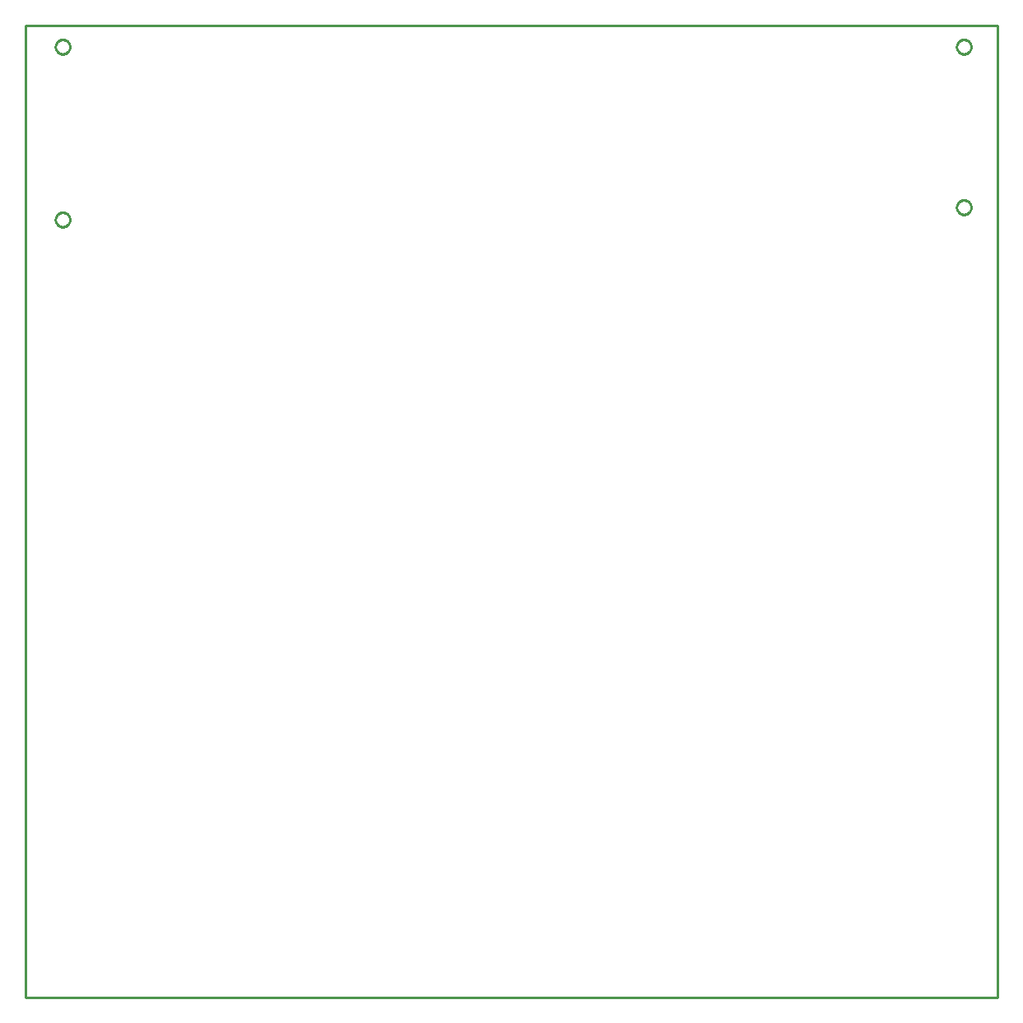
<source format=gbr>
G04 EAGLE Gerber RS-274X export*
G75*
%MOMM*%
%FSLAX34Y34*%
%LPD*%
%IN*%
%IPPOS*%
%AMOC8*
5,1,8,0,0,1.08239X$1,22.5*%
G01*
%ADD10C,0.254000*%


D10*
X0Y0D02*
X1000000Y0D01*
X1000000Y1000000D01*
X0Y1000000D01*
X0Y0D01*
X45600Y799732D02*
X45528Y798998D01*
X45384Y798275D01*
X45170Y797570D01*
X44888Y796889D01*
X44541Y796240D01*
X44131Y795627D01*
X43664Y795057D01*
X43143Y794536D01*
X42573Y794069D01*
X41960Y793659D01*
X41311Y793312D01*
X40630Y793030D01*
X39925Y792816D01*
X39202Y792672D01*
X38468Y792600D01*
X37732Y792600D01*
X36998Y792672D01*
X36275Y792816D01*
X35570Y793030D01*
X34889Y793312D01*
X34240Y793659D01*
X33627Y794069D01*
X33057Y794536D01*
X32536Y795057D01*
X32069Y795627D01*
X31659Y796240D01*
X31312Y796889D01*
X31030Y797570D01*
X30816Y798275D01*
X30672Y798998D01*
X30600Y799732D01*
X30600Y800468D01*
X30672Y801202D01*
X30816Y801925D01*
X31030Y802630D01*
X31312Y803311D01*
X31659Y803960D01*
X32069Y804573D01*
X32536Y805143D01*
X33057Y805664D01*
X33627Y806131D01*
X34240Y806541D01*
X34889Y806888D01*
X35570Y807170D01*
X36275Y807384D01*
X36998Y807528D01*
X37732Y807600D01*
X38468Y807600D01*
X39202Y807528D01*
X39925Y807384D01*
X40630Y807170D01*
X41311Y806888D01*
X41960Y806541D01*
X42573Y806131D01*
X43143Y805664D01*
X43664Y805143D01*
X44131Y804573D01*
X44541Y803960D01*
X44888Y803311D01*
X45170Y802630D01*
X45384Y801925D01*
X45528Y801202D01*
X45600Y800468D01*
X45600Y799732D01*
X45600Y977532D02*
X45528Y976798D01*
X45384Y976075D01*
X45170Y975370D01*
X44888Y974689D01*
X44541Y974040D01*
X44131Y973427D01*
X43664Y972857D01*
X43143Y972336D01*
X42573Y971869D01*
X41960Y971459D01*
X41311Y971112D01*
X40630Y970830D01*
X39925Y970616D01*
X39202Y970472D01*
X38468Y970400D01*
X37732Y970400D01*
X36998Y970472D01*
X36275Y970616D01*
X35570Y970830D01*
X34889Y971112D01*
X34240Y971459D01*
X33627Y971869D01*
X33057Y972336D01*
X32536Y972857D01*
X32069Y973427D01*
X31659Y974040D01*
X31312Y974689D01*
X31030Y975370D01*
X30816Y976075D01*
X30672Y976798D01*
X30600Y977532D01*
X30600Y978268D01*
X30672Y979002D01*
X30816Y979725D01*
X31030Y980430D01*
X31312Y981111D01*
X31659Y981760D01*
X32069Y982373D01*
X32536Y982943D01*
X33057Y983464D01*
X33627Y983931D01*
X34240Y984341D01*
X34889Y984688D01*
X35570Y984970D01*
X36275Y985184D01*
X36998Y985328D01*
X37732Y985400D01*
X38468Y985400D01*
X39202Y985328D01*
X39925Y985184D01*
X40630Y984970D01*
X41311Y984688D01*
X41960Y984341D01*
X42573Y983931D01*
X43143Y983464D01*
X43664Y982943D01*
X44131Y982373D01*
X44541Y981760D01*
X44888Y981111D01*
X45170Y980430D01*
X45384Y979725D01*
X45528Y979002D01*
X45600Y978268D01*
X45600Y977532D01*
X972700Y977532D02*
X972628Y976798D01*
X972484Y976075D01*
X972270Y975370D01*
X971988Y974689D01*
X971641Y974040D01*
X971231Y973427D01*
X970764Y972857D01*
X970243Y972336D01*
X969673Y971869D01*
X969060Y971459D01*
X968411Y971112D01*
X967730Y970830D01*
X967025Y970616D01*
X966302Y970472D01*
X965568Y970400D01*
X964832Y970400D01*
X964098Y970472D01*
X963375Y970616D01*
X962670Y970830D01*
X961989Y971112D01*
X961340Y971459D01*
X960727Y971869D01*
X960157Y972336D01*
X959636Y972857D01*
X959169Y973427D01*
X958759Y974040D01*
X958412Y974689D01*
X958130Y975370D01*
X957916Y976075D01*
X957772Y976798D01*
X957700Y977532D01*
X957700Y978268D01*
X957772Y979002D01*
X957916Y979725D01*
X958130Y980430D01*
X958412Y981111D01*
X958759Y981760D01*
X959169Y982373D01*
X959636Y982943D01*
X960157Y983464D01*
X960727Y983931D01*
X961340Y984341D01*
X961989Y984688D01*
X962670Y984970D01*
X963375Y985184D01*
X964098Y985328D01*
X964832Y985400D01*
X965568Y985400D01*
X966302Y985328D01*
X967025Y985184D01*
X967730Y984970D01*
X968411Y984688D01*
X969060Y984341D01*
X969673Y983931D01*
X970243Y983464D01*
X970764Y982943D01*
X971231Y982373D01*
X971641Y981760D01*
X971988Y981111D01*
X972270Y980430D01*
X972484Y979725D01*
X972628Y979002D01*
X972700Y978268D01*
X972700Y977532D01*
X972700Y812432D02*
X972628Y811698D01*
X972484Y810975D01*
X972270Y810270D01*
X971988Y809589D01*
X971641Y808940D01*
X971231Y808327D01*
X970764Y807757D01*
X970243Y807236D01*
X969673Y806769D01*
X969060Y806359D01*
X968411Y806012D01*
X967730Y805730D01*
X967025Y805516D01*
X966302Y805372D01*
X965568Y805300D01*
X964832Y805300D01*
X964098Y805372D01*
X963375Y805516D01*
X962670Y805730D01*
X961989Y806012D01*
X961340Y806359D01*
X960727Y806769D01*
X960157Y807236D01*
X959636Y807757D01*
X959169Y808327D01*
X958759Y808940D01*
X958412Y809589D01*
X958130Y810270D01*
X957916Y810975D01*
X957772Y811698D01*
X957700Y812432D01*
X957700Y813168D01*
X957772Y813902D01*
X957916Y814625D01*
X958130Y815330D01*
X958412Y816011D01*
X958759Y816660D01*
X959169Y817273D01*
X959636Y817843D01*
X960157Y818364D01*
X960727Y818831D01*
X961340Y819241D01*
X961989Y819588D01*
X962670Y819870D01*
X963375Y820084D01*
X964098Y820228D01*
X964832Y820300D01*
X965568Y820300D01*
X966302Y820228D01*
X967025Y820084D01*
X967730Y819870D01*
X968411Y819588D01*
X969060Y819241D01*
X969673Y818831D01*
X970243Y818364D01*
X970764Y817843D01*
X971231Y817273D01*
X971641Y816660D01*
X971988Y816011D01*
X972270Y815330D01*
X972484Y814625D01*
X972628Y813902D01*
X972700Y813168D01*
X972700Y812432D01*
M02*

</source>
